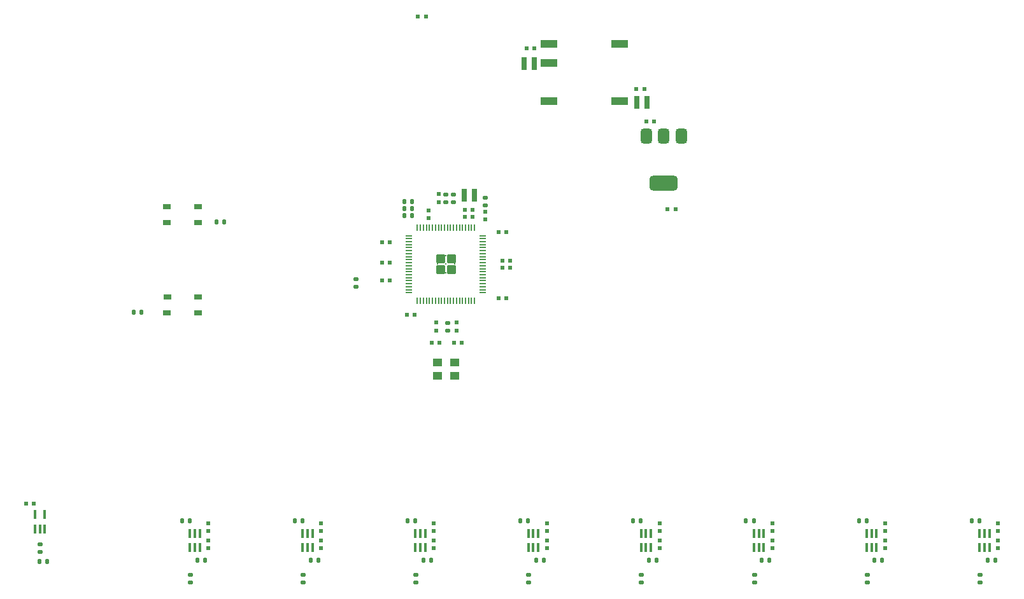
<source format=gbr>
%TF.GenerationSoftware,KiCad,Pcbnew,9.0.1*%
%TF.CreationDate,2025-12-24T17:34:11-06:00*%
%TF.ProjectId,opensync_prototype,6f70656e-7379-46e6-935f-70726f746f74,0.1*%
%TF.SameCoordinates,Original*%
%TF.FileFunction,Paste,Top*%
%TF.FilePolarity,Positive*%
%FSLAX46Y46*%
G04 Gerber Fmt 4.6, Leading zero omitted, Abs format (unit mm)*
G04 Created by KiCad (PCBNEW 9.0.1) date 2025-12-24 17:34:11*
%MOMM*%
%LPD*%
G01*
G04 APERTURE LIST*
G04 Aperture macros list*
%AMRoundRect*
0 Rectangle with rounded corners*
0 $1 Rounding radius*
0 $2 $3 $4 $5 $6 $7 $8 $9 X,Y pos of 4 corners*
0 Add a 4 corners polygon primitive as box body*
4,1,4,$2,$3,$4,$5,$6,$7,$8,$9,$2,$3,0*
0 Add four circle primitives for the rounded corners*
1,1,$1+$1,$2,$3*
1,1,$1+$1,$4,$5*
1,1,$1+$1,$6,$7*
1,1,$1+$1,$8,$9*
0 Add four rect primitives between the rounded corners*
20,1,$1+$1,$2,$3,$4,$5,0*
20,1,$1+$1,$4,$5,$6,$7,0*
20,1,$1+$1,$6,$7,$8,$9,0*
20,1,$1+$1,$8,$9,$2,$3,0*%
G04 Aperture macros list end*
%ADD10RoundRect,0.135000X0.135000X0.185000X-0.135000X0.185000X-0.135000X-0.185000X0.135000X-0.185000X0*%
%ADD11R,0.530000X0.470000*%
%ADD12R,0.470000X0.530000*%
%ADD13RoundRect,0.135000X-0.185000X0.135000X-0.185000X-0.135000X0.185000X-0.135000X0.185000X0.135000X0*%
%ADD14RoundRect,0.050000X-0.150000X0.545000X-0.150000X-0.545000X0.150000X-0.545000X0.150000X0.545000X0*%
%ADD15R,0.700000X1.700000*%
%ADD16RoundRect,0.135000X-0.135000X-0.185000X0.135000X-0.185000X0.135000X0.185000X-0.135000X0.185000X0*%
%ADD17R,1.050000X0.650000*%
%ADD18RoundRect,0.050000X0.150000X-0.545000X0.150000X0.545000X-0.150000X0.545000X-0.150000X-0.545000X0*%
%ADD19RoundRect,0.135000X0.185000X-0.135000X0.185000X0.135000X-0.185000X0.135000X-0.185000X-0.135000X0*%
%ADD20R,2.300000X1.000000*%
%ADD21RoundRect,0.250000X-0.350000X-0.350000X0.350000X-0.350000X0.350000X0.350000X-0.350000X0.350000X0*%
%ADD22RoundRect,0.055000X0.335000X-0.055000X0.335000X0.055000X-0.335000X0.055000X-0.335000X-0.055000X0*%
%ADD23RoundRect,0.055000X-0.055000X-0.335000X0.055000X-0.335000X0.055000X0.335000X-0.055000X0.335000X0*%
%ADD24R,0.133333X0.133333*%
%ADD25R,1.300000X1.050000*%
%ADD26RoundRect,0.375000X-0.375000X0.625000X-0.375000X-0.625000X0.375000X-0.625000X0.375000X0.625000X0*%
%ADD27RoundRect,0.500000X-1.400000X0.500000X-1.400000X-0.500000X1.400000X-0.500000X1.400000X0.500000X0*%
G04 APERTURE END LIST*
D10*
%TO.C,R42*%
X204010000Y-134000000D03*
X202990000Y-134000000D03*
%TD*%
%TO.C,R32*%
X129010000Y-134000000D03*
X127990000Y-134000000D03*
%TD*%
D11*
%TO.C,C32*%
X159400000Y-130115000D03*
X159400000Y-129085000D03*
%TD*%
D10*
%TO.C,R17*%
X96910000Y-128800000D03*
X95890000Y-128800000D03*
%TD*%
D12*
%TO.C,C23*%
X76215000Y-126500000D03*
X75185000Y-126500000D03*
%TD*%
%TO.C,C22*%
X157347500Y-71285000D03*
X156317500Y-71285000D03*
%TD*%
D10*
%TO.C,R30*%
X114010000Y-134000000D03*
X112990000Y-134000000D03*
%TD*%
D13*
%TO.C,R41*%
X187000000Y-135990000D03*
X187000000Y-137010000D03*
%TD*%
D10*
%TO.C,R24*%
X201910000Y-128800000D03*
X200890000Y-128800000D03*
%TD*%
D11*
%TO.C,C5*%
X136200000Y-87600000D03*
X136200000Y-88630000D03*
%TD*%
D10*
%TO.C,R23*%
X186910000Y-128800000D03*
X185890000Y-128800000D03*
%TD*%
%TO.C,R18*%
X111910000Y-128800000D03*
X110890000Y-128800000D03*
%TD*%
D12*
%TO.C,C4*%
X133485000Y-87350000D03*
X134515000Y-87350000D03*
%TD*%
%TO.C,C3*%
X133110000Y-105020000D03*
X132080000Y-105020000D03*
%TD*%
D14*
%TO.C,U6*%
X113250000Y-130440000D03*
X112600000Y-130440000D03*
X111950000Y-130440000D03*
X111950000Y-132360000D03*
X112600000Y-132360000D03*
X113250000Y-132360000D03*
%TD*%
D12*
%TO.C,C18*%
X128315000Y-61600000D03*
X127285000Y-61600000D03*
%TD*%
D10*
%TO.C,R36*%
X159010000Y-134000000D03*
X157990000Y-134000000D03*
%TD*%
D11*
%TO.C,C10*%
X129700000Y-102385000D03*
X129700000Y-103415000D03*
%TD*%
D12*
%TO.C,C2*%
X129110000Y-105020000D03*
X130140000Y-105020000D03*
%TD*%
D11*
%TO.C,C29*%
X144400000Y-130115000D03*
X144400000Y-129085000D03*
%TD*%
D15*
%TO.C,L1*%
X133410000Y-85450000D03*
X134810000Y-85450000D03*
%TD*%
D10*
%TO.C,R28*%
X99010000Y-134000000D03*
X97990000Y-134000000D03*
%TD*%
D14*
%TO.C,U10*%
X173250000Y-130440000D03*
X172600000Y-130440000D03*
X171950000Y-130440000D03*
X171950000Y-132360000D03*
X172600000Y-132360000D03*
X173250000Y-132360000D03*
%TD*%
%TO.C,U8*%
X143250000Y-130440000D03*
X142600000Y-130440000D03*
X141950000Y-130440000D03*
X141950000Y-132360000D03*
X142600000Y-132360000D03*
X143250000Y-132360000D03*
%TD*%
D16*
%TO.C,R10*%
X125490000Y-87200000D03*
X126510000Y-87200000D03*
%TD*%
D12*
%TO.C,C19*%
X157635000Y-75600000D03*
X158665000Y-75600000D03*
%TD*%
D16*
%TO.C,R6*%
X125490000Y-88150000D03*
X126510000Y-88150000D03*
%TD*%
D13*
%TO.C,R12*%
X132000000Y-85290000D03*
X132000000Y-86310000D03*
%TD*%
D10*
%TO.C,R34*%
X144010000Y-134000000D03*
X142990000Y-134000000D03*
%TD*%
D12*
%TO.C,C6*%
X123515000Y-94400000D03*
X122485000Y-94400000D03*
%TD*%
D17*
%TO.C,SW2*%
X98075000Y-101075000D03*
X93925000Y-101075000D03*
X98075000Y-98925000D03*
X93950000Y-98925000D03*
%TD*%
D12*
%TO.C,C1*%
X133485000Y-88300000D03*
X134515000Y-88300000D03*
%TD*%
D10*
%TO.C,R19*%
X126910000Y-128800000D03*
X125890000Y-128800000D03*
%TD*%
%TO.C,R38*%
X174010000Y-134000000D03*
X172990000Y-134000000D03*
%TD*%
D13*
%TO.C,R35*%
X142000000Y-135990000D03*
X142000000Y-137010000D03*
%TD*%
D10*
%TO.C,R3*%
X90510000Y-101000000D03*
X89490000Y-101000000D03*
%TD*%
D12*
%TO.C,C16*%
X138485000Y-95100000D03*
X139515000Y-95100000D03*
%TD*%
D11*
%TO.C,C33*%
X189400000Y-130115000D03*
X189400000Y-129085000D03*
%TD*%
D15*
%TO.C,L3*%
X156347500Y-73085000D03*
X157747500Y-73085000D03*
%TD*%
D13*
%TO.C,R37*%
X157000000Y-135990000D03*
X157000000Y-137010000D03*
%TD*%
%TO.C,R11*%
X131000000Y-85290000D03*
X131000000Y-86310000D03*
%TD*%
D15*
%TO.C,L2*%
X141347500Y-67893211D03*
X142747500Y-67893211D03*
%TD*%
D13*
%TO.C,R29*%
X97000000Y-135990000D03*
X97000000Y-137010000D03*
%TD*%
%TO.C,R31*%
X112000000Y-135990000D03*
X112000000Y-137010000D03*
%TD*%
%TO.C,R33*%
X127000000Y-135990000D03*
X127000000Y-137010000D03*
%TD*%
D11*
%TO.C,C39*%
X204400000Y-132415000D03*
X204400000Y-131385000D03*
%TD*%
D10*
%TO.C,R4*%
X101510000Y-89000000D03*
X100490000Y-89000000D03*
%TD*%
%TO.C,R40*%
X189010000Y-134000000D03*
X187990000Y-134000000D03*
%TD*%
D16*
%TO.C,R27*%
X76990000Y-134200000D03*
X78010000Y-134200000D03*
%TD*%
D10*
%TO.C,R21*%
X156910000Y-128800000D03*
X155890000Y-128800000D03*
%TD*%
D14*
%TO.C,U5*%
X98250000Y-130440000D03*
X97600000Y-130440000D03*
X96950000Y-130440000D03*
X96950000Y-132360000D03*
X97600000Y-132360000D03*
X98250000Y-132360000D03*
%TD*%
D11*
%TO.C,C25*%
X129400000Y-130115000D03*
X129400000Y-129085000D03*
%TD*%
D14*
%TO.C,U7*%
X128250000Y-130440000D03*
X127600000Y-130440000D03*
X126950000Y-130440000D03*
X126950000Y-132360000D03*
X127600000Y-132360000D03*
X128250000Y-132360000D03*
%TD*%
D12*
%TO.C,C12*%
X123515000Y-91700000D03*
X122485000Y-91700000D03*
%TD*%
D10*
%TO.C,R20*%
X141910000Y-128800000D03*
X140890000Y-128800000D03*
%TD*%
D14*
%TO.C,U9*%
X158250000Y-130440000D03*
X157600000Y-130440000D03*
X156950000Y-130440000D03*
X156950000Y-132360000D03*
X157600000Y-132360000D03*
X158250000Y-132360000D03*
%TD*%
D12*
%TO.C,C13*%
X123515000Y-96800000D03*
X122485000Y-96800000D03*
%TD*%
D18*
%TO.C,U4*%
X76350000Y-129860000D03*
X77000000Y-129860000D03*
X77650000Y-129860000D03*
X77650000Y-127940000D03*
X76350000Y-127940000D03*
%TD*%
D11*
%TO.C,C26*%
X99400000Y-132415000D03*
X99400000Y-131385000D03*
%TD*%
D16*
%TO.C,R5*%
X125490000Y-86250000D03*
X126510000Y-86250000D03*
%TD*%
D14*
%TO.C,U12*%
X203250000Y-130440000D03*
X202600000Y-130440000D03*
X201950000Y-130440000D03*
X201950000Y-132360000D03*
X202600000Y-132360000D03*
X203250000Y-132360000D03*
%TD*%
D13*
%TO.C,R1*%
X136200000Y-85740000D03*
X136200000Y-86760000D03*
%TD*%
D11*
%TO.C,C36*%
X174400000Y-130115000D03*
X174400000Y-129085000D03*
%TD*%
%TO.C,C9*%
X130000000Y-86315000D03*
X130000000Y-85285000D03*
%TD*%
%TO.C,C28*%
X114400000Y-130115000D03*
X114400000Y-129085000D03*
%TD*%
D12*
%TO.C,C15*%
X137985000Y-99100000D03*
X139015000Y-99100000D03*
%TD*%
D11*
%TO.C,C31*%
X144400000Y-132415000D03*
X144400000Y-131385000D03*
%TD*%
%TO.C,C27*%
X129400000Y-132415000D03*
X129400000Y-131385000D03*
%TD*%
D14*
%TO.C,U11*%
X188250000Y-130440000D03*
X187600000Y-130440000D03*
X186950000Y-130440000D03*
X186950000Y-132360000D03*
X187600000Y-132360000D03*
X188250000Y-132360000D03*
%TD*%
D13*
%TO.C,R43*%
X202000000Y-135990000D03*
X202000000Y-137010000D03*
%TD*%
D12*
%TO.C,C20*%
X142730000Y-65877500D03*
X141700000Y-65877500D03*
%TD*%
%TO.C,C8*%
X138485000Y-94100000D03*
X139515000Y-94100000D03*
%TD*%
D11*
%TO.C,C34*%
X159400000Y-132415000D03*
X159400000Y-131385000D03*
%TD*%
%TO.C,C7*%
X132400000Y-102385000D03*
X132400000Y-103415000D03*
%TD*%
D19*
%TO.C,R13*%
X77000000Y-132910000D03*
X77000000Y-131890000D03*
%TD*%
D11*
%TO.C,C35*%
X189400000Y-132415000D03*
X189400000Y-131385000D03*
%TD*%
D17*
%TO.C,SW1*%
X93925000Y-86925000D03*
X98075000Y-86925000D03*
X93925000Y-89075000D03*
X98050000Y-89075000D03*
%TD*%
D11*
%TO.C,C38*%
X174400000Y-132415000D03*
X174400000Y-131385000D03*
%TD*%
D20*
%TO.C,U3*%
X144715000Y-65285000D03*
X144715000Y-67825000D03*
X144715000Y-72905000D03*
X154115000Y-72905000D03*
X154115000Y-65285000D03*
%TD*%
D11*
%TO.C,C37*%
X204400000Y-130115000D03*
X204400000Y-129085000D03*
%TD*%
%TO.C,C11*%
X128650000Y-88465000D03*
X128650000Y-87435000D03*
%TD*%
%TO.C,C24*%
X99400000Y-130115000D03*
X99400000Y-129085000D03*
%TD*%
D19*
%TO.C,R2*%
X131200000Y-103415000D03*
X131200000Y-102395000D03*
%TD*%
D21*
%TO.C,U2*%
X130300000Y-93900000D03*
X130300000Y-95300000D03*
X131700000Y-93900000D03*
X131700000Y-95300000D03*
D22*
X126103500Y-90800000D03*
X126103500Y-91200000D03*
X126103500Y-91600000D03*
X126103500Y-92000000D03*
X126103500Y-92400000D03*
X126103500Y-92800000D03*
X126103500Y-93200000D03*
X126103500Y-93600000D03*
X126103500Y-94000000D03*
X126103500Y-94400000D03*
X126103500Y-94800000D03*
X126103500Y-95200000D03*
X126103500Y-95600000D03*
X126103500Y-96000000D03*
X126103500Y-96400000D03*
X126103500Y-96800000D03*
X126103500Y-97200000D03*
X126103500Y-97600000D03*
X126103500Y-98000000D03*
X126103500Y-98400000D03*
D23*
X127200000Y-99496500D03*
X127600000Y-99496500D03*
X128000000Y-99496500D03*
X128400000Y-99496500D03*
X128800000Y-99496500D03*
X129200000Y-99496500D03*
X129600000Y-99496500D03*
X130000000Y-99496500D03*
X130400000Y-99496500D03*
X130800000Y-99496500D03*
X131200000Y-99496500D03*
X131600000Y-99496500D03*
X132000000Y-99496500D03*
X132400000Y-99496500D03*
X132800000Y-99496500D03*
X133200000Y-99496500D03*
X133600000Y-99496500D03*
X134000000Y-99496500D03*
X134400000Y-99496500D03*
X134800000Y-99496500D03*
D22*
X135896500Y-98400000D03*
X135896500Y-98000000D03*
X135896500Y-97600000D03*
X135896500Y-97200000D03*
X135896500Y-96800000D03*
X135896500Y-96400000D03*
X135896500Y-96000000D03*
X135896500Y-95600000D03*
X135896500Y-95200000D03*
X135896500Y-94800000D03*
X135896500Y-94400000D03*
X135896500Y-94000000D03*
X135896500Y-93600000D03*
X135896500Y-93200000D03*
X135896500Y-92800000D03*
X135896500Y-92400000D03*
X135896500Y-92000000D03*
X135896500Y-91600000D03*
X135896500Y-91200000D03*
X135896500Y-90800000D03*
D23*
X134800000Y-89703500D03*
X134400000Y-89703500D03*
X134000000Y-89703500D03*
X133600000Y-89703500D03*
X133200000Y-89703500D03*
X132800000Y-89703500D03*
X132400000Y-89703500D03*
X132000000Y-89703500D03*
X131600000Y-89703500D03*
X131200000Y-89703500D03*
X130800000Y-89703500D03*
X130400000Y-89703500D03*
X130000000Y-89703500D03*
X129600000Y-89703500D03*
X129200000Y-89703500D03*
X128800000Y-89703500D03*
X128400000Y-89703500D03*
X128000000Y-89703500D03*
X127600000Y-89703500D03*
X127200000Y-89703500D03*
D24*
X129866667Y-93466667D03*
X129866667Y-94600000D03*
X129866667Y-95733333D03*
X131000000Y-93466667D03*
X131000000Y-94600000D03*
X131000000Y-95733333D03*
X132133333Y-93466667D03*
X132133333Y-94600000D03*
X132133333Y-95733333D03*
%TD*%
D13*
%TO.C,R39*%
X172000000Y-135990000D03*
X172000000Y-137010000D03*
%TD*%
D25*
%TO.C,Y1*%
X129850000Y-109475000D03*
X132150000Y-109475000D03*
X132150000Y-107725000D03*
X129850000Y-107725000D03*
%TD*%
D12*
%TO.C,C17*%
X126815000Y-101300000D03*
X125785000Y-101300000D03*
%TD*%
D11*
%TO.C,C30*%
X114400000Y-132415000D03*
X114400000Y-131385000D03*
%TD*%
D26*
%TO.C,U1*%
X162262500Y-77500000D03*
X159962500Y-77500000D03*
D27*
X159962500Y-83800000D03*
D26*
X157662500Y-77500000D03*
%TD*%
D12*
%TO.C,C14*%
X137985000Y-90300000D03*
X139015000Y-90300000D03*
%TD*%
D10*
%TO.C,R22*%
X171910000Y-128800000D03*
X170890000Y-128800000D03*
%TD*%
D12*
%TO.C,C21*%
X160472500Y-87300000D03*
X161502500Y-87300000D03*
%TD*%
D19*
%TO.C,R7*%
X119000000Y-97610000D03*
X119000000Y-96590000D03*
%TD*%
M02*

</source>
